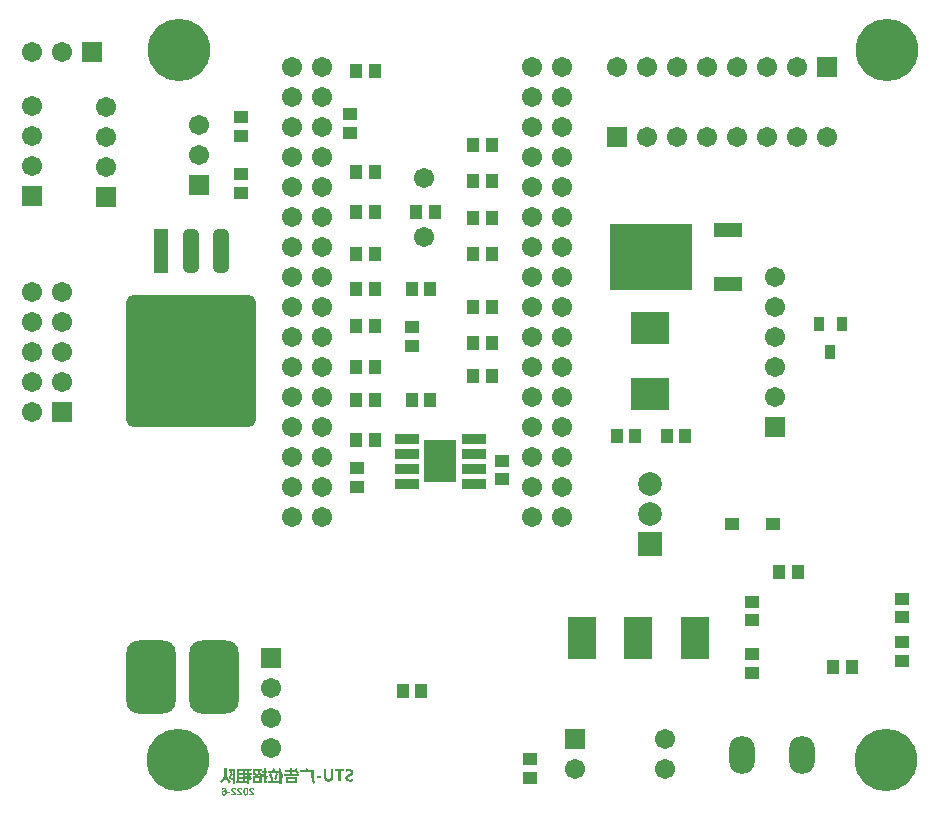
<source format=gbs>
G04*
G04 #@! TF.GenerationSoftware,Altium Limited,Altium Designer,20.0.13 (296)*
G04*
G04 Layer_Color=16711935*
%FSLAX24Y24*%
%MOIN*%
G70*
G01*
G75*
%ADD28R,0.0446X0.0466*%
%ADD34R,0.0671X0.0671*%
%ADD35C,0.0671*%
%ADD36R,0.0671X0.0671*%
%ADD37C,0.0310*%
%ADD38C,0.2080*%
G04:AMPARAMS|DCode=39|XSize=244.2mil|YSize=165.5mil|CornerRadius=43.4mil|HoleSize=0mil|Usage=FLASHONLY|Rotation=270.000|XOffset=0mil|YOffset=0mil|HoleType=Round|Shape=RoundedRectangle|*
%AMROUNDEDRECTD39*
21,1,0.2442,0.0787,0,0,270.0*
21,1,0.1575,0.1655,0,0,270.0*
1,1,0.0867,-0.0394,-0.0787*
1,1,0.0867,-0.0394,0.0787*
1,1,0.0867,0.0394,0.0787*
1,1,0.0867,0.0394,-0.0787*
%
%ADD39ROUNDEDRECTD39*%
%ADD40O,0.0867X0.1261*%
%ADD41R,0.0921X0.1433*%
%ADD42C,0.0789*%
%ADD43R,0.0789X0.0789*%
%ADD44C,0.0671*%
%ADD45R,0.0671X0.0671*%
%ADD83R,0.1261X0.1064*%
%ADD84R,0.2718X0.2245*%
%ADD85R,0.0946X0.0454*%
%ADD86R,0.0789X0.0336*%
%ADD87R,0.1064X0.1419*%
G04:AMPARAMS|DCode=88|XSize=433.2mil|YSize=441.1mil|CornerRadius=25.3mil|HoleSize=0mil|Usage=FLASHONLY|Rotation=0.000|XOffset=0mil|YOffset=0mil|HoleType=Round|Shape=RoundedRectangle|*
%AMROUNDEDRECTD88*
21,1,0.4332,0.3906,0,0,0.0*
21,1,0.3827,0.4411,0,0,0.0*
1,1,0.0505,0.1913,-0.1953*
1,1,0.0505,-0.1913,-0.1953*
1,1,0.0505,-0.1913,0.1953*
1,1,0.0505,0.1913,0.1953*
%
%ADD88ROUNDEDRECTD88*%
%ADD89R,0.0501X0.1458*%
G04:AMPARAMS|DCode=90|XSize=50.1mil|YSize=145.8mil|CornerRadius=14.5mil|HoleSize=0mil|Usage=FLASHONLY|Rotation=0.000|XOffset=0mil|YOffset=0mil|HoleType=Round|Shape=RoundedRectangle|*
%AMROUNDEDRECTD90*
21,1,0.0501,0.1167,0,0,0.0*
21,1,0.0211,0.1458,0,0,0.0*
1,1,0.0291,0.0105,-0.0584*
1,1,0.0291,-0.0105,-0.0584*
1,1,0.0291,-0.0105,0.0584*
1,1,0.0291,0.0105,0.0584*
%
%ADD90ROUNDEDRECTD90*%
%ADD91R,0.0466X0.0446*%
%ADD92R,0.0336X0.0493*%
%ADD93R,0.0474X0.0415*%
G36*
X8866Y612D02*
X8872Y612D01*
X8883Y610D01*
X8893Y607D01*
X8897Y605D01*
X8901Y603D01*
X8905Y602D01*
X8908Y600D01*
X8911Y599D01*
X8913Y598D01*
X8915Y596D01*
X8916Y595D01*
X8917Y595D01*
X8917Y595D01*
X8921Y591D01*
X8925Y587D01*
X8928Y583D01*
X8931Y578D01*
X8936Y568D01*
X8939Y559D01*
X8940Y554D01*
X8941Y550D01*
X8943Y546D01*
X8943Y543D01*
X8944Y540D01*
Y538D01*
X8944Y537D01*
Y536D01*
X8895Y532D01*
X8895Y539D01*
X8893Y545D01*
X8892Y551D01*
X8890Y555D01*
X8888Y558D01*
X8887Y561D01*
X8886Y562D01*
X8885Y562D01*
X8882Y565D01*
X8877Y568D01*
X8873Y569D01*
X8869Y571D01*
X8866Y571D01*
X8863Y572D01*
X8860D01*
X8855Y571D01*
X8850Y570D01*
X8846Y569D01*
X8842Y567D01*
X8840Y566D01*
X8838Y564D01*
X8836Y563D01*
X8836Y563D01*
X8833Y559D01*
X8831Y555D01*
X8829Y551D01*
X8828Y547D01*
X8828Y543D01*
X8827Y540D01*
Y538D01*
Y538D01*
Y537D01*
X8828Y532D01*
X8829Y526D01*
X8830Y521D01*
X8832Y517D01*
X8834Y513D01*
X8836Y510D01*
X8837Y508D01*
X8838Y507D01*
X8839Y505D01*
X8841Y502D01*
X8844Y499D01*
X8847Y496D01*
X8854Y489D01*
X8860Y482D01*
X8867Y475D01*
X8870Y472D01*
X8873Y470D01*
X8875Y468D01*
X8877Y467D01*
X8878Y465D01*
X8878Y465D01*
X8886Y458D01*
X8892Y451D01*
X8899Y445D01*
X8904Y440D01*
X8909Y434D01*
X8914Y429D01*
X8918Y424D01*
X8921Y420D01*
X8924Y416D01*
X8927Y413D01*
X8929Y410D01*
X8930Y408D01*
X8932Y406D01*
X8933Y405D01*
X8933Y404D01*
Y404D01*
X8938Y395D01*
X8942Y386D01*
X8945Y378D01*
X8947Y371D01*
X8949Y364D01*
X8949Y361D01*
X8949Y359D01*
X8950Y357D01*
X8950Y356D01*
Y355D01*
Y355D01*
X8778D01*
Y400D01*
X8876D01*
X8873Y405D01*
X8869Y409D01*
X8868Y411D01*
X8867Y413D01*
X8866Y413D01*
X8866Y414D01*
X8864Y415D01*
X8863Y417D01*
X8858Y421D01*
X8853Y426D01*
X8849Y431D01*
X8844Y435D01*
X8840Y439D01*
X8838Y440D01*
X8837Y441D01*
X8836Y442D01*
X8836Y442D01*
X8828Y450D01*
X8821Y456D01*
X8816Y462D01*
X8811Y467D01*
X8808Y470D01*
X8806Y473D01*
X8804Y475D01*
X8804Y475D01*
X8799Y481D01*
X8795Y487D01*
X8792Y493D01*
X8789Y498D01*
X8787Y502D01*
X8785Y505D01*
X8785Y507D01*
X8784Y508D01*
X8782Y514D01*
X8781Y519D01*
X8779Y525D01*
X8779Y530D01*
X8778Y534D01*
X8778Y538D01*
Y540D01*
Y541D01*
X8778Y546D01*
X8779Y552D01*
X8780Y557D01*
X8781Y562D01*
X8785Y570D01*
X8789Y578D01*
X8791Y581D01*
X8793Y583D01*
X8795Y586D01*
X8796Y588D01*
X8798Y589D01*
X8799Y591D01*
X8799Y591D01*
X8800Y592D01*
X8804Y595D01*
X8809Y599D01*
X8813Y601D01*
X8818Y603D01*
X8828Y607D01*
X8838Y610D01*
X8842Y610D01*
X8846Y611D01*
X8850Y612D01*
X8853Y612D01*
X8856Y612D01*
X8859D01*
X8866Y612D01*
D02*
G37*
G36*
X8468D02*
X8473Y612D01*
X8485Y610D01*
X8495Y607D01*
X8499Y605D01*
X8503Y603D01*
X8507Y602D01*
X8510Y600D01*
X8513Y599D01*
X8515Y598D01*
X8517Y596D01*
X8518Y595D01*
X8519Y595D01*
X8519Y595D01*
X8523Y591D01*
X8527Y587D01*
X8530Y583D01*
X8533Y578D01*
X8537Y568D01*
X8541Y559D01*
X8542Y554D01*
X8543Y550D01*
X8544Y546D01*
X8545Y543D01*
X8546Y540D01*
Y538D01*
X8546Y537D01*
Y536D01*
X8497Y532D01*
X8496Y539D01*
X8495Y545D01*
X8493Y551D01*
X8492Y555D01*
X8490Y558D01*
X8489Y561D01*
X8487Y562D01*
X8487Y562D01*
X8483Y565D01*
X8479Y568D01*
X8475Y569D01*
X8471Y571D01*
X8468Y571D01*
X8465Y572D01*
X8462D01*
X8457Y571D01*
X8452Y570D01*
X8448Y569D01*
X8444Y567D01*
X8442Y566D01*
X8439Y564D01*
X8438Y563D01*
X8438Y563D01*
X8435Y559D01*
X8433Y555D01*
X8431Y551D01*
X8430Y547D01*
X8429Y543D01*
X8429Y540D01*
Y538D01*
Y538D01*
Y537D01*
X8429Y532D01*
X8431Y526D01*
X8432Y521D01*
X8434Y517D01*
X8436Y513D01*
X8438Y510D01*
X8439Y508D01*
X8439Y507D01*
X8441Y505D01*
X8443Y502D01*
X8446Y499D01*
X8449Y496D01*
X8456Y489D01*
X8462Y482D01*
X8469Y475D01*
X8472Y472D01*
X8475Y470D01*
X8477Y468D01*
X8479Y467D01*
X8480Y465D01*
X8480Y465D01*
X8487Y458D01*
X8494Y451D01*
X8500Y445D01*
X8506Y440D01*
X8511Y434D01*
X8516Y429D01*
X8520Y424D01*
X8523Y420D01*
X8526Y416D01*
X8529Y413D01*
X8531Y410D01*
X8532Y408D01*
X8534Y406D01*
X8534Y405D01*
X8535Y404D01*
Y404D01*
X8540Y395D01*
X8544Y386D01*
X8547Y378D01*
X8549Y371D01*
X8550Y364D01*
X8551Y361D01*
X8551Y359D01*
X8552Y357D01*
X8552Y356D01*
Y355D01*
Y355D01*
X8380D01*
Y400D01*
X8478D01*
X8475Y405D01*
X8471Y409D01*
X8470Y411D01*
X8469Y413D01*
X8468Y413D01*
X8468Y414D01*
X8466Y415D01*
X8465Y417D01*
X8460Y421D01*
X8455Y426D01*
X8450Y431D01*
X8446Y435D01*
X8442Y439D01*
X8440Y440D01*
X8439Y441D01*
X8438Y442D01*
X8438Y442D01*
X8430Y450D01*
X8423Y456D01*
X8418Y462D01*
X8413Y467D01*
X8410Y470D01*
X8408Y473D01*
X8406Y475D01*
X8406Y475D01*
X8401Y481D01*
X8397Y487D01*
X8394Y493D01*
X8391Y498D01*
X8389Y502D01*
X8387Y505D01*
X8386Y507D01*
X8386Y508D01*
X8384Y514D01*
X8382Y519D01*
X8381Y525D01*
X8381Y530D01*
X8380Y534D01*
X8380Y538D01*
Y540D01*
Y541D01*
X8380Y546D01*
X8381Y552D01*
X8382Y557D01*
X8383Y562D01*
X8387Y570D01*
X8391Y578D01*
X8393Y581D01*
X8395Y583D01*
X8396Y586D01*
X8398Y588D01*
X8400Y589D01*
X8401Y591D01*
X8401Y591D01*
X8402Y592D01*
X8406Y595D01*
X8411Y599D01*
X8415Y601D01*
X8420Y603D01*
X8430Y607D01*
X8439Y610D01*
X8444Y610D01*
X8448Y611D01*
X8452Y612D01*
X8455Y612D01*
X8458Y612D01*
X8461D01*
X8468Y612D01*
D02*
G37*
G36*
X8268D02*
X8274Y612D01*
X8286Y610D01*
X8295Y607D01*
X8300Y605D01*
X8304Y603D01*
X8308Y602D01*
X8311Y600D01*
X8314Y599D01*
X8316Y598D01*
X8318Y596D01*
X8319Y595D01*
X8320Y595D01*
X8320Y595D01*
X8324Y591D01*
X8328Y587D01*
X8331Y583D01*
X8334Y578D01*
X8338Y568D01*
X8342Y559D01*
X8343Y554D01*
X8344Y550D01*
X8345Y546D01*
X8346Y543D01*
X8347Y540D01*
Y538D01*
X8347Y537D01*
Y536D01*
X8298Y532D01*
X8297Y539D01*
X8296Y545D01*
X8294Y551D01*
X8293Y555D01*
X8291Y558D01*
X8290Y561D01*
X8288Y562D01*
X8288Y562D01*
X8284Y565D01*
X8280Y568D01*
X8276Y569D01*
X8272Y571D01*
X8269Y571D01*
X8266Y572D01*
X8263D01*
X8258Y571D01*
X8253Y570D01*
X8249Y569D01*
X8245Y567D01*
X8243Y566D01*
X8240Y564D01*
X8239Y563D01*
X8239Y563D01*
X8236Y559D01*
X8234Y555D01*
X8232Y551D01*
X8231Y547D01*
X8230Y543D01*
X8230Y540D01*
Y538D01*
Y538D01*
Y537D01*
X8230Y532D01*
X8231Y526D01*
X8233Y521D01*
X8235Y517D01*
X8237Y513D01*
X8239Y510D01*
X8240Y508D01*
X8240Y507D01*
X8242Y505D01*
X8244Y502D01*
X8247Y499D01*
X8250Y496D01*
X8257Y489D01*
X8263Y482D01*
X8270Y475D01*
X8273Y472D01*
X8276Y470D01*
X8278Y468D01*
X8280Y467D01*
X8281Y465D01*
X8281Y465D01*
X8288Y458D01*
X8295Y451D01*
X8301Y445D01*
X8307Y440D01*
X8312Y434D01*
X8317Y429D01*
X8321Y424D01*
X8324Y420D01*
X8327Y416D01*
X8330Y413D01*
X8332Y410D01*
X8333Y408D01*
X8335Y406D01*
X8335Y405D01*
X8336Y404D01*
Y404D01*
X8341Y395D01*
X8345Y386D01*
X8348Y378D01*
X8350Y371D01*
X8351Y364D01*
X8352Y361D01*
X8352Y359D01*
X8352Y357D01*
X8353Y356D01*
Y355D01*
Y355D01*
X8181D01*
Y400D01*
X8278D01*
X8275Y405D01*
X8272Y409D01*
X8271Y411D01*
X8270Y413D01*
X8269Y413D01*
X8268Y414D01*
X8267Y415D01*
X8266Y417D01*
X8261Y421D01*
X8256Y426D01*
X8251Y431D01*
X8247Y435D01*
X8243Y439D01*
X8241Y440D01*
X8240Y441D01*
X8239Y442D01*
X8239Y442D01*
X8231Y450D01*
X8224Y456D01*
X8219Y462D01*
X8214Y467D01*
X8211Y470D01*
X8209Y473D01*
X8207Y475D01*
X8207Y475D01*
X8202Y481D01*
X8198Y487D01*
X8194Y493D01*
X8192Y498D01*
X8190Y502D01*
X8188Y505D01*
X8187Y507D01*
X8187Y508D01*
X8185Y514D01*
X8183Y519D01*
X8182Y525D01*
X8182Y530D01*
X8181Y534D01*
X8181Y538D01*
Y540D01*
Y541D01*
X8181Y546D01*
X8182Y552D01*
X8183Y557D01*
X8184Y562D01*
X8188Y570D01*
X8191Y578D01*
X8194Y581D01*
X8196Y583D01*
X8197Y586D01*
X8199Y588D01*
X8201Y589D01*
X8201Y591D01*
X8202Y591D01*
X8203Y592D01*
X8207Y595D01*
X8211Y599D01*
X8216Y601D01*
X8221Y603D01*
X8231Y607D01*
X8240Y610D01*
X8245Y610D01*
X8249Y611D01*
X8253Y612D01*
X8256Y612D01*
X8258Y612D01*
X8262D01*
X8268Y612D01*
D02*
G37*
G36*
X7942D02*
X7950Y611D01*
X7957Y609D01*
X7963Y608D01*
X7969Y605D01*
X7975Y602D01*
X7979Y599D01*
X7984Y597D01*
X7988Y594D01*
X7992Y591D01*
X7995Y588D01*
X7998Y586D01*
X8000Y584D01*
X8001Y582D01*
X8002Y581D01*
X8002Y581D01*
X8007Y575D01*
X8011Y568D01*
X8014Y560D01*
X8017Y552D01*
X8020Y544D01*
X8022Y535D01*
X8024Y526D01*
X8025Y518D01*
X8026Y511D01*
X8027Y503D01*
X8028Y497D01*
X8028Y491D01*
X8028Y486D01*
Y482D01*
Y481D01*
Y480D01*
Y479D01*
Y479D01*
X8028Y467D01*
X8027Y455D01*
X8026Y444D01*
X8024Y435D01*
X8022Y425D01*
X8021Y417D01*
X8018Y410D01*
X8016Y404D01*
X8014Y398D01*
X8011Y393D01*
X8009Y389D01*
X8007Y386D01*
X8006Y383D01*
X8005Y381D01*
X8004Y380D01*
X8004Y380D01*
X7999Y375D01*
X7994Y370D01*
X7988Y366D01*
X7983Y363D01*
X7978Y360D01*
X7972Y357D01*
X7967Y355D01*
X7962Y354D01*
X7957Y353D01*
X7953Y351D01*
X7949Y351D01*
X7946Y350D01*
X7943D01*
X7941Y350D01*
X7940D01*
X7933Y350D01*
X7927Y351D01*
X7921Y352D01*
X7915Y354D01*
X7910Y356D01*
X7905Y357D01*
X7900Y360D01*
X7896Y362D01*
X7893Y364D01*
X7890Y366D01*
X7887Y368D01*
X7884Y370D01*
X7883Y371D01*
X7881Y373D01*
X7881Y373D01*
X7880Y374D01*
X7876Y378D01*
X7873Y383D01*
X7870Y388D01*
X7867Y394D01*
X7864Y399D01*
X7863Y404D01*
X7860Y414D01*
X7859Y419D01*
X7858Y423D01*
X7858Y427D01*
X7857Y430D01*
X7857Y433D01*
Y435D01*
Y437D01*
Y437D01*
X7857Y444D01*
X7858Y450D01*
X7859Y457D01*
X7860Y462D01*
X7862Y468D01*
X7864Y472D01*
X7866Y477D01*
X7868Y481D01*
X7870Y485D01*
X7872Y488D01*
X7874Y491D01*
X7876Y494D01*
X7877Y495D01*
X7878Y497D01*
X7879Y497D01*
X7879Y498D01*
X7883Y502D01*
X7888Y505D01*
X7892Y509D01*
X7897Y511D01*
X7901Y514D01*
X7905Y515D01*
X7914Y518D01*
X7917Y519D01*
X7921Y520D01*
X7924Y521D01*
X7927Y521D01*
X7929Y521D01*
X7932D01*
X7937Y521D01*
X7942Y520D01*
X7946Y519D01*
X7951Y518D01*
X7958Y514D01*
X7965Y511D01*
X7970Y507D01*
X7972Y505D01*
X7974Y503D01*
X7976Y501D01*
X7977Y501D01*
X7977Y500D01*
X7978Y499D01*
X7977Y507D01*
X7976Y515D01*
X7975Y521D01*
X7974Y527D01*
X7973Y532D01*
X7972Y537D01*
X7971Y541D01*
X7969Y545D01*
X7968Y548D01*
X7968Y551D01*
X7967Y553D01*
X7966Y555D01*
X7965Y556D01*
X7964Y557D01*
X7964Y558D01*
X7960Y562D01*
X7955Y566D01*
X7951Y568D01*
X7947Y570D01*
X7943Y571D01*
X7940Y571D01*
X7938Y572D01*
X7938D01*
X7934Y571D01*
X7930Y571D01*
X7926Y569D01*
X7924Y568D01*
X7921Y567D01*
X7920Y566D01*
X7919Y565D01*
X7918Y565D01*
X7916Y562D01*
X7914Y558D01*
X7912Y555D01*
X7911Y551D01*
X7910Y548D01*
X7910Y545D01*
X7909Y544D01*
Y543D01*
X7862Y548D01*
X7864Y559D01*
X7868Y569D01*
X7872Y577D01*
X7876Y584D01*
X7880Y589D01*
X7882Y591D01*
X7884Y593D01*
X7885Y594D01*
X7886Y595D01*
X7886Y596D01*
X7887D01*
X7890Y599D01*
X7894Y601D01*
X7902Y605D01*
X7910Y608D01*
X7918Y610D01*
X7924Y612D01*
X7927Y612D01*
X7930D01*
X7932Y612D01*
X7935D01*
X7942Y612D01*
D02*
G37*
G36*
X8143Y423D02*
X8046D01*
Y472D01*
X8143D01*
Y423D01*
D02*
G37*
G36*
X8668Y612D02*
X8675Y611D01*
X8681Y610D01*
X8687Y608D01*
X8692Y606D01*
X8697Y604D01*
X8701Y602D01*
X8705Y599D01*
X8708Y596D01*
X8711Y594D01*
X8714Y592D01*
X8716Y590D01*
X8718Y588D01*
X8719Y587D01*
X8719Y586D01*
X8720Y586D01*
X8724Y579D01*
X8728Y572D01*
X8731Y564D01*
X8734Y556D01*
X8737Y548D01*
X8739Y539D01*
X8740Y530D01*
X8742Y522D01*
X8742Y514D01*
X8743Y506D01*
X8744Y499D01*
X8744Y493D01*
X8745Y488D01*
Y485D01*
Y483D01*
Y482D01*
Y482D01*
Y481D01*
X8744Y468D01*
X8744Y456D01*
X8742Y444D01*
X8741Y434D01*
X8739Y425D01*
X8738Y416D01*
X8735Y409D01*
X8733Y402D01*
X8731Y397D01*
X8729Y391D01*
X8727Y387D01*
X8725Y384D01*
X8724Y382D01*
X8723Y380D01*
X8722Y379D01*
X8722Y378D01*
X8718Y373D01*
X8713Y369D01*
X8708Y365D01*
X8703Y362D01*
X8698Y359D01*
X8693Y357D01*
X8688Y355D01*
X8683Y354D01*
X8679Y352D01*
X8675Y351D01*
X8671Y351D01*
X8668Y350D01*
X8665D01*
X8663Y350D01*
X8662D01*
X8655Y350D01*
X8649Y351D01*
X8643Y353D01*
X8637Y354D01*
X8632Y356D01*
X8627Y358D01*
X8623Y361D01*
X8619Y363D01*
X8616Y366D01*
X8612Y368D01*
X8610Y370D01*
X8607Y372D01*
X8606Y374D01*
X8605Y375D01*
X8604Y376D01*
X8604Y376D01*
X8599Y383D01*
X8596Y390D01*
X8592Y398D01*
X8589Y406D01*
X8587Y415D01*
X8585Y423D01*
X8583Y432D01*
X8581Y441D01*
X8581Y449D01*
X8580Y456D01*
X8579Y463D01*
X8579Y469D01*
X8579Y474D01*
Y478D01*
Y479D01*
Y480D01*
Y481D01*
Y481D01*
X8579Y494D01*
X8580Y507D01*
X8581Y518D01*
X8583Y528D01*
X8584Y538D01*
X8586Y546D01*
X8589Y554D01*
X8591Y561D01*
X8593Y567D01*
X8596Y572D01*
X8598Y576D01*
X8600Y580D01*
X8601Y582D01*
X8603Y584D01*
X8603Y585D01*
X8604Y586D01*
X8608Y591D01*
X8612Y595D01*
X8617Y598D01*
X8622Y601D01*
X8627Y604D01*
X8631Y606D01*
X8636Y608D01*
X8641Y609D01*
X8645Y610D01*
X8649Y611D01*
X8653Y612D01*
X8655Y612D01*
X8658Y612D01*
X8662D01*
X8668Y612D01*
D02*
G37*
G36*
X9642Y1246D02*
X9637Y1232D01*
X9631Y1220D01*
X9626Y1208D01*
X9622Y1198D01*
X9618Y1191D01*
X9616Y1184D01*
X9615Y1180D01*
X9614Y1180D01*
Y1179D01*
X9751D01*
Y1112D01*
X9417D01*
Y1179D01*
X9574D01*
X9533Y1189D01*
X9539Y1204D01*
X9545Y1217D01*
X9551Y1230D01*
X9556Y1242D01*
X9561Y1252D01*
X9563Y1255D01*
X9565Y1259D01*
X9566Y1262D01*
X9567Y1264D01*
X9568Y1265D01*
Y1266D01*
X9642Y1246D01*
D02*
G37*
G36*
X9327Y1176D02*
X9383D01*
Y1111D01*
X9327D01*
Y1007D01*
X9386Y994D01*
X9381Y918D01*
X9327Y934D01*
Y844D01*
X9328Y837D01*
X9329Y832D01*
X9332Y828D01*
X9335Y825D01*
X9337Y824D01*
X9340Y823D01*
X9368D01*
X9373Y822D01*
X9381D01*
X9378Y809D01*
X9375Y797D01*
X9374Y785D01*
X9372Y775D01*
X9370Y767D01*
X9370Y760D01*
Y758D01*
X9369Y756D01*
Y756D01*
Y755D01*
X9353Y756D01*
X9340Y756D01*
X9328Y757D01*
X9319Y758D01*
X9312Y758D01*
X9307D01*
X9304Y759D01*
X9304D01*
X9296Y760D01*
X9290Y763D01*
X9285Y766D01*
X9280Y769D01*
X9277Y772D01*
X9274Y774D01*
X9273Y776D01*
X9272Y777D01*
X9269Y782D01*
X9266Y789D01*
X9264Y796D01*
X9263Y802D01*
X9262Y809D01*
X9261Y813D01*
Y817D01*
Y818D01*
Y953D01*
X9212Y968D01*
Y978D01*
X9212Y989D01*
Y1000D01*
Y1010D01*
Y1019D01*
Y1026D01*
Y1029D01*
Y1031D01*
Y1032D01*
Y1033D01*
X9206Y1025D01*
X9201Y1017D01*
X9195Y1010D01*
X9191Y1005D01*
X9188Y1000D01*
X9185Y997D01*
X9184Y994D01*
X9183Y994D01*
X9172Y999D01*
X9162Y1006D01*
X9143Y1020D01*
X9127Y1034D01*
X9114Y1049D01*
X9102Y1064D01*
X9092Y1079D01*
X9084Y1095D01*
X9077Y1110D01*
X9073Y1123D01*
X9069Y1136D01*
X9066Y1148D01*
X9064Y1158D01*
X9062Y1167D01*
X9062Y1173D01*
Y1175D01*
Y1177D01*
Y1178D01*
Y1178D01*
X8967D01*
Y1169D01*
Y1159D01*
X8967Y1150D01*
Y1142D01*
Y1136D01*
X8968Y1130D01*
Y1127D01*
Y1126D01*
X8969Y1117D01*
X8970Y1110D01*
X8972Y1103D01*
X8974Y1099D01*
X8976Y1095D01*
X8978Y1093D01*
X8979Y1091D01*
X8980Y1091D01*
X8983Y1088D01*
X8988Y1086D01*
X8997Y1083D01*
X9001Y1082D01*
X9004Y1082D01*
X9029D01*
X9041Y1082D01*
X9061D01*
X9068Y1083D01*
X9074D01*
X9070Y1068D01*
X9066Y1055D01*
X9062Y1043D01*
X9060Y1033D01*
X9058Y1025D01*
X9057Y1020D01*
X9055Y1016D01*
Y1014D01*
X9042D01*
X9030Y1015D01*
X9020D01*
X9009Y1016D01*
X9001D01*
X8993Y1016D01*
X8987D01*
X8981Y1017D01*
X8976D01*
X8971Y1018D01*
X8965D01*
X8963Y1018D01*
X8961D01*
X8953Y1020D01*
X8946Y1022D01*
X8941Y1024D01*
X8935Y1026D01*
X8932Y1028D01*
X8929Y1030D01*
X8927Y1031D01*
X8926Y1031D01*
X8922Y1035D01*
X8917Y1040D01*
X8914Y1044D01*
X8911Y1048D01*
X8909Y1051D01*
X8908Y1055D01*
X8906Y1057D01*
Y1057D01*
X8905Y1060D01*
X8904Y1065D01*
X8902Y1070D01*
X8902Y1076D01*
X8900Y1089D01*
X8899Y1102D01*
X8897Y1114D01*
X8897Y1119D01*
Y1125D01*
Y1128D01*
X8896Y1132D01*
Y1134D01*
Y1134D01*
X8895Y1156D01*
X8893Y1177D01*
X8893Y1196D01*
X8892Y1204D01*
Y1212D01*
X8891Y1219D01*
Y1225D01*
Y1231D01*
X8891Y1235D01*
Y1239D01*
Y1242D01*
Y1243D01*
Y1244D01*
X9199D01*
Y1178D01*
X9134D01*
X9135Y1163D01*
X9138Y1149D01*
X9142Y1135D01*
X9148Y1123D01*
X9155Y1111D01*
X9163Y1101D01*
X9171Y1091D01*
X9180Y1082D01*
X9189Y1075D01*
X9197Y1069D01*
X9205Y1063D01*
X9212Y1058D01*
X9218Y1055D01*
X9223Y1053D01*
X9225Y1051D01*
X9226Y1051D01*
X9215Y1036D01*
X9231Y1031D01*
X9239Y1029D01*
X9246Y1027D01*
X9252Y1026D01*
X9257Y1025D01*
X9260Y1023D01*
X9261D01*
Y1111D01*
X9207D01*
Y1176D01*
X9261D01*
Y1263D01*
X9327D01*
Y1176D01*
D02*
G37*
G36*
X10215Y1199D02*
X10299D01*
X10293Y1214D01*
X10290Y1220D01*
X10288Y1227D01*
X10286Y1232D01*
X10284Y1236D01*
X10283Y1239D01*
X10283Y1240D01*
X10352Y1258D01*
X10363Y1228D01*
X10369Y1214D01*
X10375Y1200D01*
X10382Y1187D01*
X10388Y1175D01*
X10395Y1163D01*
X10401Y1153D01*
X10407Y1143D01*
X10412Y1135D01*
X10417Y1128D01*
X10422Y1121D01*
X10425Y1116D01*
X10428Y1113D01*
X10430Y1110D01*
X10430Y1110D01*
X10421Y1104D01*
X10411Y1099D01*
X10403Y1094D01*
X10395Y1090D01*
X10388Y1086D01*
X10383Y1082D01*
X10381Y1080D01*
X10379Y1080D01*
X10439D01*
Y1018D01*
X9932D01*
Y1080D01*
X10141D01*
Y1137D01*
X9961D01*
Y1199D01*
X10141D01*
Y1265D01*
X10215D01*
Y1199D01*
D02*
G37*
G36*
X8704Y1246D02*
X8721Y1242D01*
X8738Y1241D01*
X8755Y1239D01*
X8770Y1237D01*
X8784Y1235D01*
X8797Y1234D01*
X8810Y1233D01*
X8821Y1231D01*
X8830Y1231D01*
X8838Y1230D01*
X8844D01*
X8849Y1230D01*
X8853D01*
X8850Y1219D01*
X8848Y1207D01*
X8847Y1196D01*
X8845Y1186D01*
X8844Y1177D01*
X8843Y1170D01*
X8843Y1167D01*
Y1165D01*
Y1164D01*
Y1163D01*
X8831Y1164D01*
X8820Y1165D01*
X8809Y1166D01*
X8800Y1167D01*
X8792Y1167D01*
X8786D01*
X8782Y1168D01*
X8781D01*
Y1112D01*
X8853D01*
Y1050D01*
X8794D01*
X8804Y1024D01*
X8815Y1001D01*
X8820Y990D01*
X8825Y980D01*
X8830Y970D01*
X8834Y962D01*
X8839Y954D01*
X8843Y947D01*
X8846Y941D01*
X8849Y936D01*
X8852Y932D01*
X8854Y930D01*
X8854Y928D01*
X8855Y927D01*
X8849Y910D01*
X8845Y894D01*
X8840Y880D01*
X8837Y866D01*
X8834Y855D01*
X8833Y850D01*
X8832Y847D01*
X8831Y843D01*
Y841D01*
X8831Y840D01*
Y839D01*
X8820Y860D01*
X8810Y880D01*
X8802Y898D01*
X8795Y915D01*
X8792Y923D01*
X8789Y930D01*
X8786Y936D01*
X8784Y941D01*
X8783Y945D01*
X8781Y948D01*
X8781Y950D01*
Y752D01*
X8716D01*
Y948D01*
X8702Y932D01*
X8694Y924D01*
X8689Y917D01*
X8683Y911D01*
X8680Y906D01*
X8677Y903D01*
X8676Y902D01*
X8633Y944D01*
Y830D01*
X8678D01*
Y766D01*
X8340D01*
Y830D01*
X8372D01*
Y1239D01*
X8633D01*
Y949D01*
X8647Y963D01*
X8659Y974D01*
X8670Y984D01*
X8680Y992D01*
X8687Y999D01*
X8693Y1003D01*
X8696Y1007D01*
X8698Y1007D01*
X8716Y989D01*
Y1050D01*
X8648D01*
Y1112D01*
X8716D01*
Y1176D01*
X8704Y1178D01*
X8691Y1180D01*
X8680Y1181D01*
X8670Y1183D01*
X8662Y1184D01*
X8656Y1185D01*
X8653Y1186D01*
X8651Y1187D01*
X8650D01*
X8666Y1252D01*
X8704Y1246D01*
D02*
G37*
G36*
X11174Y947D02*
X11021D01*
Y1006D01*
X11174D01*
Y947D01*
D02*
G37*
G36*
X9819Y1233D02*
X9830Y1206D01*
X9839Y1180D01*
X9849Y1156D01*
X9858Y1134D01*
X9867Y1114D01*
X9875Y1096D01*
X9883Y1079D01*
X9890Y1064D01*
X9896Y1052D01*
X9902Y1041D01*
X9907Y1032D01*
X9911Y1025D01*
X9913Y1020D01*
X9915Y1017D01*
X9916Y1016D01*
X9911Y997D01*
X9906Y980D01*
X9902Y965D01*
X9899Y952D01*
X9898Y946D01*
X9896Y942D01*
X9895Y937D01*
X9895Y933D01*
X9894Y931D01*
Y929D01*
X9893Y928D01*
Y927D01*
X9878Y950D01*
X9872Y961D01*
X9866Y972D01*
X9861Y980D01*
X9857Y987D01*
X9856Y990D01*
X9854Y992D01*
X9854Y992D01*
Y752D01*
X9784D01*
Y1137D01*
X9777Y1156D01*
X9769Y1174D01*
X9762Y1191D01*
X9756Y1207D01*
X9753Y1215D01*
X9751Y1221D01*
X9749Y1227D01*
X9747Y1232D01*
X9745Y1236D01*
X9744Y1239D01*
X9744Y1241D01*
Y1241D01*
X9810Y1262D01*
X9819Y1233D01*
D02*
G37*
G36*
X11583Y990D02*
X11583Y975D01*
X11581Y960D01*
X11579Y946D01*
X11576Y933D01*
X11573Y921D01*
X11568Y910D01*
X11564Y900D01*
X11558Y890D01*
X11552Y882D01*
X11546Y873D01*
X11539Y866D01*
X11532Y859D01*
X11518Y848D01*
X11503Y839D01*
X11488Y831D01*
X11473Y826D01*
X11459Y822D01*
X11448Y819D01*
X11437Y818D01*
X11433Y817D01*
X11430D01*
X11426Y817D01*
X11422D01*
X11408Y817D01*
X11393Y819D01*
X11380Y821D01*
X11367Y825D01*
X11356Y828D01*
X11345Y834D01*
X11336Y839D01*
X11326Y845D01*
X11318Y851D01*
X11310Y858D01*
X11303Y865D01*
X11297Y873D01*
X11286Y889D01*
X11277Y906D01*
X11270Y923D01*
X11265Y939D01*
X11261Y954D01*
X11259Y968D01*
X11258Y974D01*
X11257Y979D01*
X11257Y984D01*
X11256Y988D01*
Y991D01*
Y994D01*
Y995D01*
Y996D01*
Y1224D01*
X11342D01*
Y987D01*
X11342Y970D01*
X11345Y955D01*
X11349Y942D01*
X11354Y931D01*
X11360Y921D01*
X11366Y913D01*
X11373Y907D01*
X11380Y902D01*
X11388Y898D01*
X11394Y895D01*
X11400Y893D01*
X11406Y891D01*
X11411Y891D01*
X11415Y890D01*
X11419D01*
X11432Y891D01*
X11445Y895D01*
X11456Y899D01*
X11464Y906D01*
X11472Y913D01*
X11478Y922D01*
X11483Y931D01*
X11488Y941D01*
X11491Y950D01*
X11494Y959D01*
X11495Y967D01*
X11496Y975D01*
X11497Y981D01*
X11498Y986D01*
Y989D01*
Y990D01*
Y1224D01*
X11583D01*
Y990D01*
D02*
G37*
G36*
X9733Y1069D02*
X9728Y1055D01*
X9723Y1039D01*
X9717Y1023D01*
X9712Y1006D01*
X9701Y973D01*
X9696Y957D01*
X9691Y941D01*
X9687Y926D01*
X9683Y913D01*
X9679Y900D01*
X9675Y890D01*
X9673Y882D01*
X9671Y875D01*
X9670Y872D01*
Y871D01*
X9670Y870D01*
Y869D01*
X9598Y892D01*
X9607Y918D01*
X9616Y942D01*
X9623Y964D01*
X9630Y985D01*
X9637Y1003D01*
X9642Y1019D01*
X9647Y1033D01*
X9652Y1045D01*
X9655Y1057D01*
X9659Y1066D01*
X9662Y1073D01*
X9664Y1080D01*
X9666Y1084D01*
X9667Y1088D01*
X9668Y1090D01*
Y1090D01*
X9733Y1069D01*
D02*
G37*
G36*
X11949Y1154D02*
X11835D01*
Y823D01*
X11749D01*
Y1154D01*
X11634D01*
Y1224D01*
X11949D01*
Y1154D01*
D02*
G37*
G36*
X12107Y1230D02*
X12119Y1230D01*
X12131Y1228D01*
X12142Y1226D01*
X12151Y1224D01*
X12161Y1221D01*
X12170Y1218D01*
X12177Y1215D01*
X12184Y1213D01*
X12190Y1209D01*
X12195Y1207D01*
X12199Y1205D01*
X12203Y1202D01*
X12205Y1201D01*
X12207Y1200D01*
X12207Y1200D01*
X12215Y1194D01*
X12221Y1187D01*
X12227Y1180D01*
X12232Y1173D01*
X12236Y1166D01*
X12240Y1159D01*
X12245Y1145D01*
X12247Y1132D01*
X12249Y1126D01*
X12249Y1122D01*
X12250Y1118D01*
Y1115D01*
Y1114D01*
Y1113D01*
X12249Y1099D01*
X12246Y1086D01*
X12242Y1074D01*
X12235Y1062D01*
X12228Y1052D01*
X12220Y1043D01*
X12212Y1034D01*
X12203Y1026D01*
X12194Y1020D01*
X12186Y1014D01*
X12178Y1009D01*
X12171Y1004D01*
X12164Y1001D01*
X12160Y999D01*
X12157Y998D01*
X12156Y997D01*
X12145Y992D01*
X12135Y988D01*
X12127Y984D01*
X12119Y980D01*
X12112Y977D01*
X12106Y974D01*
X12101Y970D01*
X12096Y968D01*
X12093Y966D01*
X12090Y963D01*
X12085Y960D01*
X12083Y958D01*
X12082Y957D01*
X12078Y952D01*
X12074Y946D01*
X12071Y941D01*
X12070Y937D01*
X12069Y933D01*
X12068Y930D01*
Y928D01*
Y927D01*
X12069Y920D01*
X12070Y914D01*
X12074Y909D01*
X12077Y904D01*
X12080Y901D01*
X12083Y898D01*
X12085Y896D01*
X12086Y896D01*
X12093Y892D01*
X12102Y889D01*
X12110Y887D01*
X12119Y885D01*
X12126Y884D01*
X12133Y883D01*
X12139D01*
X12150Y884D01*
X12161Y885D01*
X12172Y887D01*
X12181Y890D01*
X12200Y896D01*
X12209Y900D01*
X12216Y904D01*
X12223Y907D01*
X12230Y911D01*
X12235Y915D01*
X12240Y917D01*
X12244Y920D01*
X12246Y922D01*
X12247Y923D01*
X12248Y924D01*
Y838D01*
X12231Y831D01*
X12212Y826D01*
X12193Y822D01*
X12175Y819D01*
X12167Y819D01*
X12159Y818D01*
X12153Y817D01*
X12147D01*
X12142Y817D01*
X12135D01*
X12122Y817D01*
X12109Y818D01*
X12096Y819D01*
X12085Y821D01*
X12075Y824D01*
X12065Y826D01*
X12057Y829D01*
X12049Y832D01*
X12042Y834D01*
X12036Y837D01*
X12031Y839D01*
X12027Y842D01*
X12024Y844D01*
X12021Y845D01*
X12020Y847D01*
X12019D01*
X12012Y852D01*
X12006Y859D01*
X12001Y866D01*
X11996Y873D01*
X11991Y880D01*
X11988Y887D01*
X11984Y902D01*
X11980Y914D01*
X11980Y920D01*
X11979Y924D01*
X11978Y929D01*
Y931D01*
Y933D01*
Y934D01*
X11979Y948D01*
X11982Y961D01*
X11986Y973D01*
X11990Y983D01*
X11994Y991D01*
X11997Y997D01*
X12000Y1001D01*
X12001Y1002D01*
X12006Y1007D01*
X12011Y1012D01*
X12023Y1023D01*
X12037Y1032D01*
X12050Y1040D01*
X12063Y1046D01*
X12069Y1049D01*
X12073Y1051D01*
X12077Y1053D01*
X12080Y1055D01*
X12082Y1056D01*
X12083D01*
X12092Y1060D01*
X12100Y1064D01*
X12107Y1068D01*
X12115Y1071D01*
X12120Y1074D01*
X12126Y1077D01*
X12130Y1080D01*
X12134Y1082D01*
X12140Y1086D01*
X12144Y1089D01*
X12146Y1091D01*
X12147Y1091D01*
X12151Y1097D01*
X12155Y1101D01*
X12157Y1106D01*
X12158Y1111D01*
X12159Y1114D01*
X12160Y1117D01*
Y1119D01*
Y1120D01*
X12159Y1127D01*
X12157Y1133D01*
X12154Y1138D01*
X12150Y1143D01*
X12147Y1147D01*
X12144Y1149D01*
X12142Y1150D01*
X12141Y1151D01*
X12133Y1155D01*
X12125Y1158D01*
X12117Y1160D01*
X12109Y1161D01*
X12102Y1162D01*
X12096Y1163D01*
X12080D01*
X12071Y1161D01*
X12053Y1158D01*
X12037Y1154D01*
X12023Y1149D01*
X12017Y1147D01*
X12012Y1144D01*
X12007Y1141D01*
X12003Y1139D01*
X12000Y1138D01*
X11998Y1136D01*
X11997Y1136D01*
X11996Y1135D01*
Y1215D01*
X12012Y1220D01*
X12028Y1224D01*
X12045Y1227D01*
X12060Y1229D01*
X12067Y1230D01*
X12074Y1230D01*
X12080D01*
X12085Y1231D01*
X12094D01*
X12107Y1230D01*
D02*
G37*
G36*
X9526Y1045D02*
X9532Y1021D01*
X9539Y998D01*
X9545Y977D01*
X9551Y956D01*
X9557Y936D01*
X9562Y918D01*
X9567Y902D01*
X9572Y887D01*
X9576Y874D01*
X9580Y863D01*
X9583Y854D01*
X9585Y847D01*
X9586Y845D01*
X9587Y843D01*
X9587Y843D01*
Y842D01*
X9762D01*
Y776D01*
X9399D01*
Y842D01*
X9513D01*
X9507Y860D01*
X9501Y877D01*
X9496Y893D01*
X9491Y908D01*
X9486Y922D01*
X9481Y935D01*
X9477Y948D01*
X9473Y960D01*
X9469Y971D01*
X9465Y981D01*
X9462Y991D01*
X9458Y1000D01*
X9456Y1009D01*
X9453Y1016D01*
X9448Y1029D01*
X9444Y1041D01*
X9441Y1050D01*
X9439Y1057D01*
X9437Y1062D01*
X9435Y1066D01*
X9434Y1069D01*
X9434Y1070D01*
Y1071D01*
X9515Y1093D01*
X9526Y1045D01*
D02*
G37*
G36*
X8022Y1226D02*
Y1196D01*
X8024Y1167D01*
X8025Y1141D01*
X8026Y1117D01*
X8028Y1094D01*
X8031Y1074D01*
X8033Y1055D01*
X8035Y1039D01*
X8038Y1025D01*
X8041Y1012D01*
X8043Y1001D01*
X8045Y993D01*
X8046Y986D01*
X8048Y981D01*
X8049Y978D01*
Y977D01*
X8055Y963D01*
X8062Y948D01*
X8070Y933D01*
X8079Y920D01*
X8089Y907D01*
X8100Y895D01*
X8110Y882D01*
X8120Y872D01*
X8131Y861D01*
X8140Y852D01*
X8149Y845D01*
X8157Y838D01*
X8164Y833D01*
X8168Y829D01*
X8171Y826D01*
X8173Y826D01*
X8162Y813D01*
X8153Y801D01*
X8145Y789D01*
X8138Y779D01*
X8132Y770D01*
X8127Y763D01*
X8126Y760D01*
X8125Y758D01*
X8124Y758D01*
Y757D01*
X8103Y778D01*
X8083Y799D01*
X8066Y819D01*
X8051Y839D01*
X8037Y859D01*
X8026Y878D01*
X8015Y896D01*
X8007Y913D01*
X8000Y928D01*
X7995Y942D01*
X7990Y955D01*
X7986Y965D01*
X7984Y974D01*
X7982Y980D01*
X7981Y984D01*
Y985D01*
X7976Y963D01*
X7969Y941D01*
X7961Y920D01*
X7952Y899D01*
X7942Y880D01*
X7932Y861D01*
X7921Y844D01*
X7911Y828D01*
X7901Y813D01*
X7892Y800D01*
X7882Y788D01*
X7875Y779D01*
X7868Y771D01*
X7864Y765D01*
X7860Y762D01*
X7859Y760D01*
X7848Y778D01*
X7838Y793D01*
X7829Y806D01*
X7822Y817D01*
X7816Y825D01*
X7811Y831D01*
X7808Y835D01*
X7807Y836D01*
X7818Y844D01*
X7828Y852D01*
X7838Y860D01*
X7847Y869D01*
X7855Y878D01*
X7862Y886D01*
X7870Y895D01*
X7875Y902D01*
X7881Y909D01*
X7886Y917D01*
X7890Y923D01*
X7893Y928D01*
X7896Y933D01*
X7898Y936D01*
X7899Y938D01*
X7899Y939D01*
X7905Y951D01*
X7910Y964D01*
X7916Y979D01*
X7921Y994D01*
X7929Y1025D01*
X7933Y1040D01*
X7937Y1055D01*
X7940Y1069D01*
X7943Y1082D01*
X7945Y1095D01*
X7947Y1105D01*
X7949Y1114D01*
X7950Y1120D01*
Y1122D01*
X7951Y1124D01*
Y1125D01*
Y1125D01*
X7949Y1147D01*
X7949Y1169D01*
X7948Y1192D01*
X7947Y1213D01*
Y1223D01*
Y1232D01*
X7947Y1240D01*
Y1246D01*
Y1252D01*
Y1257D01*
Y1259D01*
Y1260D01*
X8022D01*
Y1226D01*
D02*
G37*
G36*
X9186Y755D02*
X9117D01*
Y782D01*
X8968D01*
Y755D01*
X8899D01*
Y992D01*
X9186D01*
Y755D01*
D02*
G37*
G36*
X10382Y754D02*
X10311D01*
Y781D01*
X10060D01*
Y754D01*
X9990D01*
Y981D01*
X10382D01*
Y754D01*
D02*
G37*
G36*
X8304Y751D02*
X8236D01*
Y940D01*
X8231Y927D01*
X8227Y915D01*
X8223Y904D01*
X8220Y895D01*
X8218Y888D01*
X8216Y883D01*
X8215Y880D01*
Y878D01*
X8197Y880D01*
X8182Y882D01*
X8168Y885D01*
X8157Y888D01*
X8148Y891D01*
X8141Y895D01*
X8139Y896D01*
X8137Y896D01*
X8137Y897D01*
X8136D01*
X8131Y901D01*
X8125Y905D01*
X8118Y915D01*
X8113Y924D01*
X8109Y935D01*
X8106Y944D01*
X8105Y952D01*
X8105Y955D01*
Y957D01*
Y958D01*
Y959D01*
X8105Y969D01*
X8107Y979D01*
X8109Y989D01*
X8112Y999D01*
X8120Y1016D01*
X8128Y1033D01*
X8133Y1040D01*
X8137Y1046D01*
X8140Y1051D01*
X8144Y1056D01*
X8147Y1060D01*
X8149Y1062D01*
X8151Y1064D01*
X8151Y1065D01*
X8106Y1193D01*
Y1242D01*
X8304D01*
Y751D01*
D02*
G37*
G36*
X10749Y1249D02*
X10743Y1232D01*
X10740Y1224D01*
X10737Y1217D01*
X10734Y1211D01*
X10732Y1206D01*
X10732Y1204D01*
X10731Y1202D01*
X10920D01*
Y1038D01*
Y1009D01*
X10921Y981D01*
X10924Y957D01*
X10927Y933D01*
X10931Y912D01*
X10936Y893D01*
X10941Y876D01*
X10946Y860D01*
X10951Y847D01*
X10957Y836D01*
X10961Y826D01*
X10966Y818D01*
X10970Y812D01*
X10972Y808D01*
X10974Y805D01*
X10975Y804D01*
X10964Y795D01*
X10955Y787D01*
X10948Y780D01*
X10940Y774D01*
X10935Y769D01*
X10930Y764D01*
X10926Y761D01*
X10923Y758D01*
X10920Y755D01*
X10918Y754D01*
X10916Y751D01*
X10915Y750D01*
X10903Y769D01*
X10892Y789D01*
X10883Y810D01*
X10876Y833D01*
X10868Y856D01*
X10863Y880D01*
X10859Y902D01*
X10855Y925D01*
X10852Y946D01*
X10850Y966D01*
X10848Y983D01*
X10848Y991D01*
Y999D01*
X10847Y1005D01*
Y1012D01*
X10846Y1017D01*
Y1021D01*
Y1025D01*
Y1027D01*
Y1029D01*
Y1029D01*
Y1134D01*
X10467D01*
Y1202D01*
X10644D01*
X10647Y1215D01*
X10652Y1226D01*
X10656Y1237D01*
X10659Y1246D01*
X10662Y1255D01*
X10665Y1261D01*
X10666Y1263D01*
X10666Y1265D01*
X10667Y1266D01*
Y1266D01*
X10749Y1249D01*
D02*
G37*
%LPC*%
G36*
X7942Y485D02*
X7940D01*
X7934Y485D01*
X7930Y483D01*
X7925Y481D01*
X7922Y479D01*
X7919Y477D01*
X7917Y475D01*
X7915Y474D01*
X7915Y473D01*
X7912Y468D01*
X7909Y462D01*
X7908Y456D01*
X7906Y450D01*
X7905Y445D01*
X7905Y440D01*
Y439D01*
Y437D01*
Y437D01*
Y436D01*
X7905Y428D01*
X7907Y420D01*
X7908Y414D01*
X7910Y410D01*
X7911Y406D01*
X7913Y403D01*
X7914Y401D01*
X7914Y401D01*
X7918Y398D01*
X7922Y395D01*
X7926Y393D01*
X7929Y392D01*
X7933Y391D01*
X7935Y391D01*
X7937D01*
X7942Y391D01*
X7947Y393D01*
X7951Y395D01*
X7955Y397D01*
X7958Y400D01*
X7961Y402D01*
X7962Y403D01*
X7962Y404D01*
X7966Y409D01*
X7969Y415D01*
X7971Y421D01*
X7972Y427D01*
X7972Y433D01*
X7973Y437D01*
Y438D01*
Y440D01*
Y440D01*
Y441D01*
X7973Y448D01*
X7972Y455D01*
X7970Y461D01*
X7968Y465D01*
X7967Y469D01*
X7965Y471D01*
X7964Y473D01*
X7964Y474D01*
X7960Y477D01*
X7956Y480D01*
X7952Y482D01*
X7948Y484D01*
X7945Y484D01*
X7942Y485D01*
D02*
G37*
G36*
X8663Y572D02*
X8662D01*
X8658Y571D01*
X8655Y571D01*
X8653Y570D01*
X8651Y569D01*
X8649Y568D01*
X8647Y567D01*
X8647Y566D01*
X8646Y566D01*
X8644Y563D01*
X8642Y560D01*
X8640Y556D01*
X8638Y552D01*
X8637Y549D01*
X8636Y546D01*
X8636Y544D01*
X8635Y544D01*
Y543D01*
X8634Y540D01*
X8634Y536D01*
X8633Y531D01*
X8632Y526D01*
X8631Y516D01*
X8631Y506D01*
X8631Y501D01*
Y496D01*
X8630Y492D01*
Y488D01*
Y485D01*
Y483D01*
Y481D01*
Y481D01*
Y473D01*
X8631Y465D01*
Y458D01*
X8631Y452D01*
X8631Y446D01*
X8632Y441D01*
X8633Y436D01*
X8633Y432D01*
X8633Y428D01*
X8634Y425D01*
X8634Y423D01*
X8635Y420D01*
X8635Y419D01*
Y417D01*
X8636Y417D01*
Y417D01*
X8637Y411D01*
X8639Y407D01*
X8641Y404D01*
X8642Y401D01*
X8644Y399D01*
X8645Y397D01*
X8646Y397D01*
X8646Y396D01*
X8649Y394D01*
X8651Y393D01*
X8654Y392D01*
X8657Y391D01*
X8658Y391D01*
X8660Y391D01*
X8662D01*
X8665Y391D01*
X8668Y391D01*
X8671Y393D01*
X8673Y394D01*
X8675Y394D01*
X8676Y396D01*
X8677Y396D01*
X8677Y396D01*
X8680Y399D01*
X8682Y402D01*
X8684Y406D01*
X8685Y410D01*
X8687Y413D01*
X8688Y416D01*
X8688Y418D01*
X8688Y418D01*
X8689Y422D01*
X8690Y426D01*
X8691Y431D01*
X8691Y435D01*
X8692Y446D01*
X8692Y456D01*
X8692Y461D01*
Y466D01*
X8693Y470D01*
Y474D01*
Y477D01*
Y479D01*
Y481D01*
Y481D01*
Y489D01*
X8692Y497D01*
Y504D01*
X8692Y510D01*
X8692Y516D01*
X8691Y521D01*
X8691Y526D01*
X8690Y530D01*
X8690Y534D01*
X8690Y537D01*
X8689Y539D01*
X8689Y542D01*
X8688Y543D01*
Y545D01*
X8688Y545D01*
Y545D01*
X8687Y551D01*
X8685Y555D01*
X8683Y558D01*
X8681Y561D01*
X8680Y563D01*
X8679Y565D01*
X8678Y565D01*
X8678Y566D01*
X8675Y568D01*
X8672Y569D01*
X8670Y570D01*
X8667Y571D01*
X8665Y571D01*
X8663Y572D01*
D02*
G37*
G36*
X10329Y1137D02*
X10215D01*
Y1080D01*
X10364D01*
X10351Y1099D01*
X10345Y1109D01*
X10340Y1118D01*
X10335Y1125D01*
X10332Y1132D01*
X10329Y1136D01*
X10329Y1136D01*
Y1137D01*
D02*
G37*
G36*
X8564Y1174D02*
X8440D01*
Y1102D01*
X8564D01*
Y1174D01*
D02*
G37*
G36*
Y1040D02*
X8440D01*
Y967D01*
X8564D01*
Y1040D01*
D02*
G37*
G36*
Y905D02*
X8440D01*
Y830D01*
X8564D01*
Y905D01*
D02*
G37*
G36*
X9117Y930D02*
X8968D01*
Y844D01*
X9117D01*
Y930D01*
D02*
G37*
G36*
X10311Y917D02*
X10060D01*
Y845D01*
X10311D01*
Y917D01*
D02*
G37*
G36*
X8236Y1182D02*
X8179D01*
X8187Y1158D01*
X8194Y1134D01*
X8198Y1123D01*
X8201Y1114D01*
X8204Y1104D01*
X8207Y1095D01*
X8210Y1087D01*
X8212Y1079D01*
X8214Y1073D01*
X8216Y1068D01*
X8217Y1064D01*
X8219Y1060D01*
X8219Y1058D01*
Y1058D01*
X8211Y1049D01*
X8204Y1040D01*
X8198Y1031D01*
X8192Y1023D01*
X8188Y1015D01*
X8184Y1008D01*
X8181Y1001D01*
X8179Y994D01*
X8177Y988D01*
X8175Y983D01*
X8174Y979D01*
X8173Y975D01*
X8173Y972D01*
Y970D01*
Y969D01*
Y968D01*
X8174Y961D01*
X8177Y957D01*
X8181Y953D01*
X8186Y950D01*
X8190Y949D01*
X8195Y948D01*
X8197Y948D01*
X8212D01*
X8217Y948D01*
X8229D01*
X8232Y949D01*
X8236D01*
Y1182D01*
D02*
G37*
%LPD*%
D28*
X16853Y16650D02*
D03*
X16247D02*
D03*
X12347Y13550D02*
D03*
X12953D02*
D03*
X12953Y14650D02*
D03*
X12347D02*
D03*
X16853Y20850D02*
D03*
X16247D02*
D03*
X16853Y22050D02*
D03*
X16247D02*
D03*
X12347Y19800D02*
D03*
X12953D02*
D03*
X12953Y21150D02*
D03*
X12347D02*
D03*
X26447Y7800D02*
D03*
X27053D02*
D03*
X28247Y4650D02*
D03*
X28853D02*
D03*
X21650Y12350D02*
D03*
X21044D02*
D03*
X16853Y18400D02*
D03*
X16247D02*
D03*
X23300Y12350D02*
D03*
X22694D02*
D03*
X14803Y13550D02*
D03*
X14197D02*
D03*
X14508Y3830D02*
D03*
X13902D02*
D03*
X12347Y17250D02*
D03*
X12953D02*
D03*
X14197D02*
D03*
X14803D02*
D03*
X12347Y12200D02*
D03*
X12953D02*
D03*
X12953Y24500D02*
D03*
X12347D02*
D03*
X16247Y15450D02*
D03*
X16853D02*
D03*
X16247Y14350D02*
D03*
X16853D02*
D03*
X16853Y19600D02*
D03*
X16247D02*
D03*
X12953Y18400D02*
D03*
X12347D02*
D03*
X12347Y16000D02*
D03*
X12953D02*
D03*
X14953Y19800D02*
D03*
X14347D02*
D03*
D34*
X2550Y13150D02*
D03*
X26300Y12650D02*
D03*
X7100Y20700D02*
D03*
X9500Y4950D02*
D03*
X1550Y20350D02*
D03*
X4000Y20300D02*
D03*
D35*
X1550Y13150D02*
D03*
X2550Y14150D02*
D03*
X1550D02*
D03*
X2550Y15150D02*
D03*
X1550D02*
D03*
X2550Y16150D02*
D03*
X1550D02*
D03*
X2550Y17150D02*
D03*
X1550D02*
D03*
X22050Y22300D02*
D03*
X23050D02*
D03*
X24050D02*
D03*
X25050D02*
D03*
X26050D02*
D03*
X27050D02*
D03*
X28050D02*
D03*
X21050Y24650D02*
D03*
X22050D02*
D03*
X23050D02*
D03*
X24050D02*
D03*
X25050D02*
D03*
X26050D02*
D03*
X27050D02*
D03*
X14600Y18981D02*
D03*
Y20950D02*
D03*
X26300Y13650D02*
D03*
Y14650D02*
D03*
Y15650D02*
D03*
Y16650D02*
D03*
Y17650D02*
D03*
X7100Y21700D02*
D03*
Y22700D02*
D03*
X9500Y1950D02*
D03*
Y2950D02*
D03*
Y3950D02*
D03*
X19200Y20650D02*
D03*
X18200D02*
D03*
X19200Y19650D02*
D03*
X18200D02*
D03*
X19200Y18650D02*
D03*
X18200D02*
D03*
X19200Y17650D02*
D03*
X18200D02*
D03*
X19200Y24650D02*
D03*
X18200D02*
D03*
X19200Y23650D02*
D03*
X18200D02*
D03*
X19200Y22650D02*
D03*
X18200D02*
D03*
X19200Y21650D02*
D03*
X18200D02*
D03*
X10200Y24650D02*
D03*
X11200D02*
D03*
X10200Y23650D02*
D03*
X11200D02*
D03*
X10200Y22650D02*
D03*
X11200D02*
D03*
X10200Y21650D02*
D03*
X11200D02*
D03*
X10200Y20650D02*
D03*
X11200D02*
D03*
X10200Y19650D02*
D03*
X11200D02*
D03*
X10200Y18650D02*
D03*
X11200D02*
D03*
X10200Y17650D02*
D03*
X11200D02*
D03*
X10200Y16650D02*
D03*
X11200D02*
D03*
X10200Y15650D02*
D03*
X11200D02*
D03*
X10200Y14650D02*
D03*
X11200D02*
D03*
X10200Y13650D02*
D03*
X11200D02*
D03*
X10200Y12650D02*
D03*
X11200D02*
D03*
X10200Y11650D02*
D03*
X11200D02*
D03*
X10200Y10650D02*
D03*
X11200D02*
D03*
X10200Y9650D02*
D03*
X11200D02*
D03*
X18200Y13650D02*
D03*
X19200D02*
D03*
X18200Y14650D02*
D03*
X19200D02*
D03*
X18200Y15650D02*
D03*
X19200D02*
D03*
X18200Y16650D02*
D03*
X19200D02*
D03*
X18200Y9650D02*
D03*
X19200D02*
D03*
X18200Y10650D02*
D03*
X19200D02*
D03*
X18200Y11650D02*
D03*
X19200D02*
D03*
X18200Y12650D02*
D03*
X19200D02*
D03*
X2550Y25150D02*
D03*
X1550D02*
D03*
Y23350D02*
D03*
Y22350D02*
D03*
Y21350D02*
D03*
X4000Y23300D02*
D03*
Y22300D02*
D03*
Y21300D02*
D03*
D36*
X21050Y22300D02*
D03*
X28050Y24650D02*
D03*
X3550Y25150D02*
D03*
D37*
X7058Y25761D02*
D03*
X7272Y25297D02*
D03*
X7172Y24795D02*
D03*
X6796Y24448D02*
D03*
X6288Y24388D02*
D03*
X5842Y24639D02*
D03*
X5628Y25103D02*
D03*
X5728Y25605D02*
D03*
X6104Y25952D02*
D03*
X6612Y26012D02*
D03*
X30658Y25761D02*
D03*
X30872Y25297D02*
D03*
X30772Y24795D02*
D03*
X30396Y24448D02*
D03*
X29888Y24388D02*
D03*
X29442Y24639D02*
D03*
X29228Y25103D02*
D03*
X29328Y25605D02*
D03*
X29704Y25952D02*
D03*
X30212Y26012D02*
D03*
X7008Y2109D02*
D03*
X7222Y1645D02*
D03*
X7122Y1143D02*
D03*
X6746Y796D02*
D03*
X6238Y736D02*
D03*
X5792Y987D02*
D03*
X5578Y1451D02*
D03*
X5678Y1953D02*
D03*
X6054Y2300D02*
D03*
X6562Y2360D02*
D03*
X30608Y2109D02*
D03*
X30822Y1645D02*
D03*
X30722Y1143D02*
D03*
X30346Y796D02*
D03*
X29838Y736D02*
D03*
X29392Y987D02*
D03*
X29178Y1451D02*
D03*
X29278Y1953D02*
D03*
X29654Y2300D02*
D03*
X30162Y2360D02*
D03*
D38*
X6450Y25200D02*
D03*
X30050D02*
D03*
X6400Y1548D02*
D03*
X30000D02*
D03*
D39*
X7600Y4300D02*
D03*
X5513D02*
D03*
D40*
X27200Y1700D02*
D03*
X25200D02*
D03*
D41*
X19851Y5600D02*
D03*
X21741D02*
D03*
X23630D02*
D03*
D42*
X22150Y10750D02*
D03*
Y9750D02*
D03*
D43*
Y8750D02*
D03*
D44*
X22650Y1250D02*
D03*
Y2250D02*
D03*
X19650Y1250D02*
D03*
D45*
Y2250D02*
D03*
D83*
X22150Y15952D02*
D03*
Y13748D02*
D03*
D84*
X22161Y18300D02*
D03*
D85*
X24739Y17402D02*
D03*
Y19198D02*
D03*
D86*
X16252Y10750D02*
D03*
Y11250D02*
D03*
Y11750D02*
D03*
Y12250D02*
D03*
X14048D02*
D03*
Y11750D02*
D03*
Y11250D02*
D03*
Y10750D02*
D03*
D87*
X15150Y11500D02*
D03*
D88*
X6850Y14850D02*
D03*
D89*
X5850Y18490D02*
D03*
D90*
X6850D02*
D03*
X7850D02*
D03*
D91*
X12150Y23053D02*
D03*
Y22447D02*
D03*
X8500Y21053D02*
D03*
Y20447D02*
D03*
X17200Y11503D02*
D03*
Y10897D02*
D03*
X25550Y6803D02*
D03*
Y6197D02*
D03*
X8500Y22347D02*
D03*
Y22953D02*
D03*
X30550Y6297D02*
D03*
Y6903D02*
D03*
X12357Y10647D02*
D03*
Y11253D02*
D03*
X30550Y5453D02*
D03*
Y4847D02*
D03*
X25550Y5053D02*
D03*
Y4447D02*
D03*
X14200Y15347D02*
D03*
Y15953D02*
D03*
X18150Y947D02*
D03*
Y1553D02*
D03*
D92*
X27776Y16053D02*
D03*
X28524D02*
D03*
X28150Y15147D02*
D03*
D93*
X24861Y9400D02*
D03*
X26239D02*
D03*
M02*

</source>
